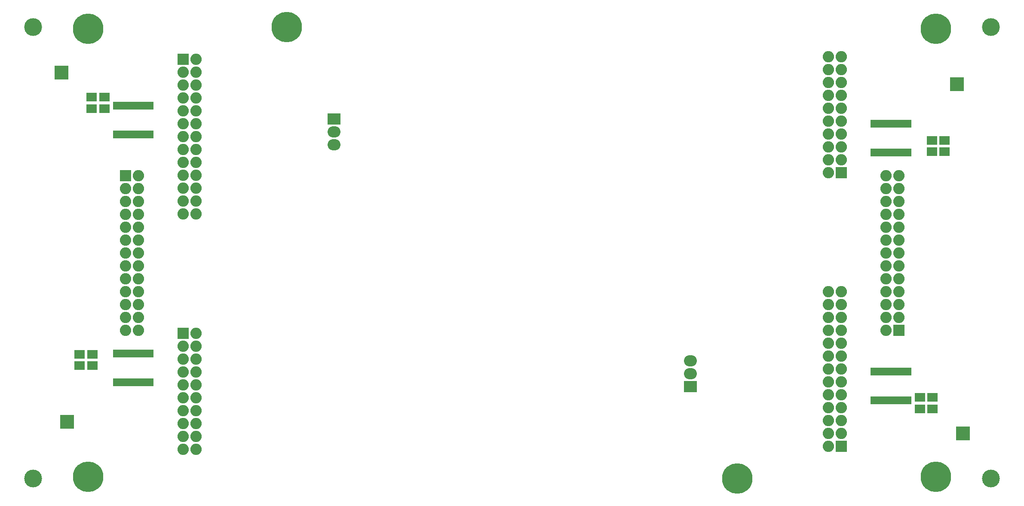
<source format=gts>
G04 #@! TF.FileFunction,Soldermask,Top*
%FSLAX46Y46*%
G04 Gerber Fmt 4.6, Leading zero omitted, Abs format (unit mm)*
G04 Created by KiCad (PCBNEW 4.0.5+dfsg1-4) date Tue Feb 27 09:26:50 2018*
%MOMM*%
%LPD*%
G01*
G04 APERTURE LIST*
%ADD10C,0.150000*%
%ADD11R,2.008000X1.758000*%
%ADD12R,2.235200X2.235200*%
%ADD13O,2.235200X2.235200*%
%ADD14R,0.908000X1.608000*%
%ADD15C,3.508000*%
%ADD16C,6.008000*%
%ADD17R,2.743200X2.743200*%
%ADD18R,2.540000X2.235200*%
%ADD19O,2.540000X2.235200*%
G04 APERTURE END LIST*
D10*
D11*
X780900Y-96620600D03*
X-1719100Y-96620600D03*
X780900Y-98830400D03*
X-1719100Y-98830400D03*
X3143100Y-45922200D03*
X643100Y-45922200D03*
X3143100Y-48220900D03*
X643100Y-48220900D03*
D12*
X18644400Y-38530800D03*
D13*
X21184400Y-38530800D03*
X18644400Y-41070800D03*
X21184400Y-41070800D03*
X18644400Y-43610800D03*
X21184400Y-43610800D03*
X18644400Y-46150800D03*
X21184400Y-46150800D03*
X18644400Y-48690800D03*
X21184400Y-48690800D03*
X18644400Y-51230800D03*
X21184400Y-51230800D03*
X18644400Y-53770800D03*
X21184400Y-53770800D03*
X18644400Y-56310800D03*
X21184400Y-56310800D03*
X18644400Y-58850800D03*
X21184400Y-58850800D03*
X18644400Y-61390800D03*
X21184400Y-61390800D03*
X18644400Y-63930800D03*
X21184400Y-63930800D03*
X18644400Y-66470800D03*
X21184400Y-66470800D03*
X18644400Y-69010800D03*
X21184400Y-69010800D03*
D12*
X7291400Y-61440600D03*
D13*
X9831400Y-61440600D03*
X7291400Y-63980600D03*
X9831400Y-63980600D03*
X7291400Y-66520600D03*
X9831400Y-66520600D03*
X7291400Y-69060600D03*
X9831400Y-69060600D03*
X7291400Y-71600600D03*
X9831400Y-71600600D03*
X7291400Y-74140600D03*
X9831400Y-74140600D03*
X7291400Y-76680600D03*
X9831400Y-76680600D03*
X7291400Y-79220600D03*
X9831400Y-79220600D03*
X7291400Y-81760600D03*
X9831400Y-81760600D03*
X7291400Y-84300600D03*
X9831400Y-84300600D03*
X7291400Y-86840600D03*
X9831400Y-86840600D03*
X7291400Y-89380600D03*
X9831400Y-89380600D03*
X7291400Y-91920600D03*
X9831400Y-91920600D03*
D12*
X18644400Y-92496800D03*
D13*
X21184400Y-92496800D03*
X18644400Y-95036800D03*
X21184400Y-95036800D03*
X18644400Y-97576800D03*
X21184400Y-97576800D03*
X18644400Y-100116800D03*
X21184400Y-100116800D03*
X18644400Y-102656800D03*
X21184400Y-102656800D03*
X18644400Y-105196800D03*
X21184400Y-105196800D03*
X18644400Y-107736800D03*
X21184400Y-107736800D03*
X18644400Y-110276800D03*
X21184400Y-110276800D03*
X18644400Y-112816800D03*
X21184400Y-112816800D03*
X18644400Y-115356800D03*
X21184400Y-115356800D03*
D14*
X5290400Y-53318800D03*
X5940400Y-53318800D03*
X6590400Y-53318800D03*
X7240400Y-53318800D03*
X7890400Y-53318800D03*
X8540400Y-53318800D03*
X9190400Y-53318800D03*
X9840400Y-53318800D03*
X10490400Y-53318800D03*
X11140400Y-53318800D03*
X11790400Y-53318800D03*
X12440400Y-53318800D03*
X12440400Y-47618800D03*
X11790400Y-47618800D03*
X11140400Y-47618800D03*
X10490400Y-47618800D03*
X9840400Y-47618800D03*
X9190400Y-47618800D03*
X8540400Y-47618800D03*
X7890400Y-47618800D03*
X7240400Y-47618800D03*
X6590400Y-47618800D03*
X5940400Y-47618800D03*
X5290400Y-47618800D03*
D15*
X-10835600Y-121167800D03*
X-10835600Y-32167800D03*
D16*
X-16500Y-120825800D03*
X127834400Y-121167800D03*
X-16500Y-32509800D03*
D17*
X-5320500Y-41134300D03*
X-4152100Y-109968300D03*
D18*
X118570400Y-103047800D03*
D19*
X118570400Y-100507800D03*
X118570400Y-97967800D03*
D14*
X5290400Y-102150300D03*
X5940400Y-102150300D03*
X6590400Y-102150300D03*
X7240400Y-102150300D03*
X7890400Y-102150300D03*
X8540400Y-102150300D03*
X9190400Y-102150300D03*
X9840400Y-102150300D03*
X10490400Y-102150300D03*
X11140400Y-102150300D03*
X11790400Y-102150300D03*
X12440400Y-102150300D03*
X12440400Y-96450300D03*
X11790400Y-96450300D03*
X11140400Y-96450300D03*
X10490400Y-96450300D03*
X9840400Y-96450300D03*
X9190400Y-96450300D03*
X8540400Y-96450300D03*
X7890400Y-96450300D03*
X7240400Y-96450300D03*
X6590400Y-96450300D03*
X5940400Y-96450300D03*
X5290400Y-96450300D03*
X161640000Y-51187500D03*
X160990000Y-51187500D03*
X160340000Y-51187500D03*
X159690000Y-51187500D03*
X159040000Y-51187500D03*
X158390000Y-51187500D03*
X157740000Y-51187500D03*
X157090000Y-51187500D03*
X156440000Y-51187500D03*
X155790000Y-51187500D03*
X155140000Y-51187500D03*
X154490000Y-51187500D03*
X154490000Y-56887500D03*
X155140000Y-56887500D03*
X155790000Y-56887500D03*
X156440000Y-56887500D03*
X157090000Y-56887500D03*
X157740000Y-56887500D03*
X158390000Y-56887500D03*
X159040000Y-56887500D03*
X159690000Y-56887500D03*
X160340000Y-56887500D03*
X160990000Y-56887500D03*
X161640000Y-56887500D03*
D18*
X48360000Y-50290000D03*
D19*
X48360000Y-52830000D03*
X48360000Y-55370000D03*
D17*
X171082500Y-43369500D03*
X172250900Y-112203500D03*
D16*
X166946900Y-120828000D03*
X39096000Y-32170000D03*
X166946900Y-32512000D03*
D15*
X177766000Y-121170000D03*
X177766000Y-32170000D03*
D14*
X161640000Y-100019000D03*
X160990000Y-100019000D03*
X160340000Y-100019000D03*
X159690000Y-100019000D03*
X159040000Y-100019000D03*
X158390000Y-100019000D03*
X157740000Y-100019000D03*
X157090000Y-100019000D03*
X156440000Y-100019000D03*
X155790000Y-100019000D03*
X155140000Y-100019000D03*
X154490000Y-100019000D03*
X154490000Y-105719000D03*
X155140000Y-105719000D03*
X155790000Y-105719000D03*
X156440000Y-105719000D03*
X157090000Y-105719000D03*
X157740000Y-105719000D03*
X158390000Y-105719000D03*
X159040000Y-105719000D03*
X159690000Y-105719000D03*
X160340000Y-105719000D03*
X160990000Y-105719000D03*
X161640000Y-105719000D03*
D12*
X148286000Y-60841000D03*
D13*
X145746000Y-60841000D03*
X148286000Y-58301000D03*
X145746000Y-58301000D03*
X148286000Y-55761000D03*
X145746000Y-55761000D03*
X148286000Y-53221000D03*
X145746000Y-53221000D03*
X148286000Y-50681000D03*
X145746000Y-50681000D03*
X148286000Y-48141000D03*
X145746000Y-48141000D03*
X148286000Y-45601000D03*
X145746000Y-45601000D03*
X148286000Y-43061000D03*
X145746000Y-43061000D03*
X148286000Y-40521000D03*
X145746000Y-40521000D03*
X148286000Y-37981000D03*
X145746000Y-37981000D03*
D12*
X159639000Y-91897200D03*
D13*
X157099000Y-91897200D03*
X159639000Y-89357200D03*
X157099000Y-89357200D03*
X159639000Y-86817200D03*
X157099000Y-86817200D03*
X159639000Y-84277200D03*
X157099000Y-84277200D03*
X159639000Y-81737200D03*
X157099000Y-81737200D03*
X159639000Y-79197200D03*
X157099000Y-79197200D03*
X159639000Y-76657200D03*
X157099000Y-76657200D03*
X159639000Y-74117200D03*
X157099000Y-74117200D03*
X159639000Y-71577200D03*
X157099000Y-71577200D03*
X159639000Y-69037200D03*
X157099000Y-69037200D03*
X159639000Y-66497200D03*
X157099000Y-66497200D03*
X159639000Y-63957200D03*
X157099000Y-63957200D03*
X159639000Y-61417200D03*
X157099000Y-61417200D03*
D12*
X148286000Y-114807000D03*
D13*
X145746000Y-114807000D03*
X148286000Y-112267000D03*
X145746000Y-112267000D03*
X148286000Y-109727000D03*
X145746000Y-109727000D03*
X148286000Y-107187000D03*
X145746000Y-107187000D03*
X148286000Y-104647000D03*
X145746000Y-104647000D03*
X148286000Y-102107000D03*
X145746000Y-102107000D03*
X148286000Y-99567000D03*
X145746000Y-99567000D03*
X148286000Y-97027000D03*
X145746000Y-97027000D03*
X148286000Y-94487000D03*
X145746000Y-94487000D03*
X148286000Y-91947000D03*
X145746000Y-91947000D03*
X148286000Y-89407000D03*
X145746000Y-89407000D03*
X148286000Y-86867000D03*
X145746000Y-86867000D03*
X148286000Y-84327000D03*
X145746000Y-84327000D03*
D11*
X163787300Y-105116900D03*
X166287300Y-105116900D03*
X163787300Y-107415600D03*
X166287300Y-107415600D03*
X166149500Y-54507400D03*
X168649500Y-54507400D03*
X166149500Y-56717200D03*
X168649500Y-56717200D03*
M02*

</source>
